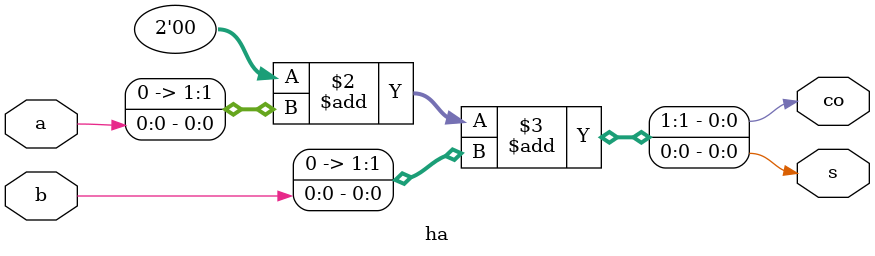
<source format=sv>
/*
   Filename: ha.sv
    Version: 1.0
   Standard: SystemVerilog 2012
Description: Half adder
     Author: Tyler Sheaves (@tsheaves)
*/
module ha(
	output logic
		co,
		s,
	input logic
		a,
		b
);

	always_comb {co, s} = 2'b0 + {1'b0,a} + {1'b0,b};

endmodule

</source>
